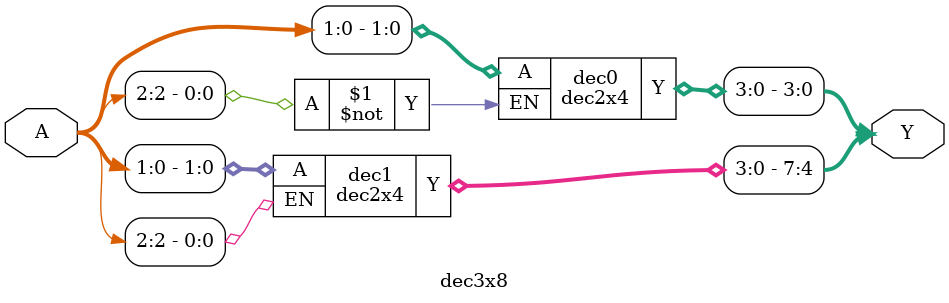
<source format=v>
module dec2x4(output[3:0] Y, input EN, input[1:0] A);
    assign Y[0] = ~A[1] & ~A[0] & EN;
    assign Y[1] = ~A[1] &  A[0] & EN;
    assign Y[2] =  A[1] & ~A[0] & EN;
    assign Y[3] =  A[1] &  A[0] & EN;
endmodule

module dec3x8(output[7:0] Y, input[2:0] A);
    dec2x4 dec0(Y[3:0], ~A[2], A[1:0]);
    dec2x4 dec1(Y[7:4],  A[2], A[1:0]);
endmodule

</source>
